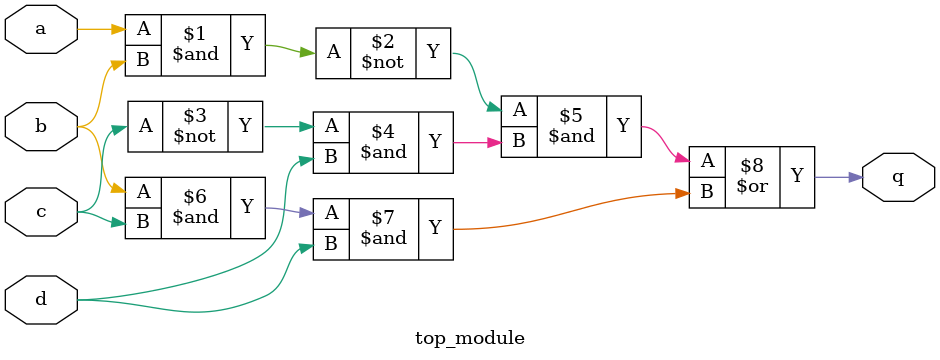
<source format=sv>
module top_module (
    input a,
    input b,
    input c,
    input d,
    output reg q
);

    assign q = (~(a & b) & (~c & d) | (b & c) & d);

endmodule

</source>
